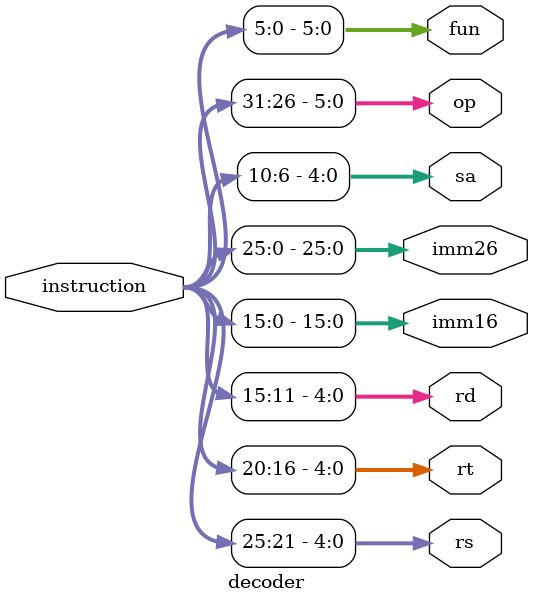
<source format=v>
`timescale 1ns / 1ps

module decoder(
    input [31:0]instruction,
    output [4:0]rs,
    output [4:0]rt,
    output [4:0]rd,
    output [15:0]imm16,
    output [25:0]imm26,
    output [4:0]sa,
    output [5:0]op,
    output [5:0]fun
);
    
    assign op = instruction[31:26];
    assign rs = instruction[25:21];
    assign rt = instruction[20:16];
    assign rd = instruction[15:11];
    assign sa = instruction[10:6];
    assign fun = instruction[5:0];
    assign imm16 = instruction[15:0];
    assign imm26 = instruction[25:0];
endmodule

</source>
